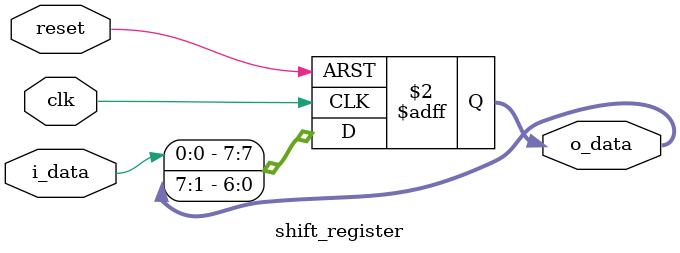
<source format=sv>
`timescale 1ns / 1ps

module button_detector (
    input  logic clk,
    input  logic reset,
    input  logic i_btn,
    output logic rising_edge,
    output logic falling_edge,
    output logic both_edge
);

    logic                       clk_1khz;
    logic                       debounce;
    logic [                7:0] shift_reg;
    logic [$clog2(100_000)-1:0] div_counter;

    // create 1kHz pulse (for button sampling)
    always_ff @(posedge clk, posedge reset) begin
        if (reset) begin
            div_counter <= 0;
            clk_1khz    <= 1'b0;
        end else begin
            if (div_counter == 100_000 - 1) begin
                div_counter <= 0;
                clk_1khz    <= 1'b1;
            end else begin
                div_counter <= div_counter + 1;
                clk_1khz    <= 1'b0;
            end
        end
    end

    shift_register U_SHIFT_REG (
        .clk   (clk_1khz),
        .reset (reset),
        .i_data(i_btn),
        .o_data(shift_reg)
    );

    assign debounce = &shift_reg;
    // assign o_btn = debounce;

    logic [1:0] edge_reg;

    // edge detector (rising/falling/both)
    always_ff @(posedge clk, posedge reset) begin
        if (reset) begin
            edge_reg <= 0;
        end else begin
            edge_reg[0] <= debounce;
            edge_reg[1] <= edge_reg[0];
        end
    end

    assign rising_edge  = edge_reg[0] & ~edge_reg[1];
    assign falling_edge = ~edge_reg[0] & edge_reg[1];
    assign both_edge    = rising_edge | falling_edge;

endmodule


module shift_register (
    input  logic       clk,
    input  logic       reset,
    input  logic       i_data,
    output logic [7:0] o_data
);

    always_ff @(posedge clk, posedge reset) begin
        if (reset) begin
            o_data <= 0;
        end else begin
            o_data <= {i_data, o_data[7:1]};  // right shift
            //o_data <= {o_data[6:0], i_data};// left shift
        end
    end

endmodule

</source>
